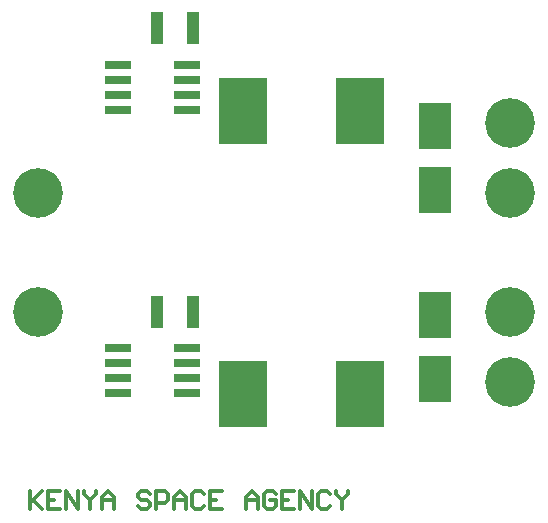
<source format=gts>
G04*
G04 #@! TF.GenerationSoftware,Altium Limited,Altium Designer,25.2.1 (25)*
G04*
G04 Layer_Color=8388736*
%FSLAX44Y44*%
%MOMM*%
G71*
G04*
G04 #@! TF.SameCoordinates,AC2081E8-41FF-4463-B602-B75E9B52F610*
G04*
G04*
G04 #@! TF.FilePolarity,Negative*
G04*
G01*
G75*
%ADD16C,0.3000*%
%ADD17R,2.3032X0.8032*%
%ADD18R,4.0532X5.7032*%
%ADD19R,1.1032X2.7032*%
%ADD20R,2.7532X3.9532*%
%ADD21C,4.2032*%
D16*
X43000Y48235D02*
Y33000D01*
Y38078D01*
X53157Y48235D01*
X45539Y40617D01*
X53157Y33000D01*
X68392Y48235D02*
X58235D01*
Y33000D01*
X68392D01*
X58235Y40617D02*
X63313D01*
X73470Y33000D02*
Y48235D01*
X83627Y33000D01*
Y48235D01*
X88705D02*
Y45696D01*
X93784Y40617D01*
X98862Y45696D01*
Y48235D01*
X93784Y40617D02*
Y33000D01*
X103940D02*
Y43157D01*
X109019Y48235D01*
X114097Y43157D01*
Y33000D01*
Y40617D01*
X103940D01*
X144567Y45696D02*
X142028Y48235D01*
X136950D01*
X134410Y45696D01*
Y43157D01*
X136950Y40617D01*
X142028D01*
X144567Y38078D01*
Y35539D01*
X142028Y33000D01*
X136950D01*
X134410Y35539D01*
X149646Y33000D02*
Y48235D01*
X157263D01*
X159802Y45696D01*
Y40617D01*
X157263Y38078D01*
X149646D01*
X164881Y33000D02*
Y43157D01*
X169959Y48235D01*
X175037Y43157D01*
Y33000D01*
Y40617D01*
X164881D01*
X190272Y45696D02*
X187733Y48235D01*
X182655D01*
X180116Y45696D01*
Y35539D01*
X182655Y33000D01*
X187733D01*
X190272Y35539D01*
X205507Y48235D02*
X195351D01*
Y33000D01*
X205507D01*
X195351Y40617D02*
X200429D01*
X225821Y33000D02*
Y43157D01*
X230899Y48235D01*
X235978Y43157D01*
Y33000D01*
Y40617D01*
X225821D01*
X251213Y45696D02*
X248673Y48235D01*
X243595D01*
X241056Y45696D01*
Y35539D01*
X243595Y33000D01*
X248673D01*
X251213Y35539D01*
Y40617D01*
X246134D01*
X266448Y48235D02*
X256291D01*
Y33000D01*
X266448D01*
X256291Y40617D02*
X261369D01*
X271526Y33000D02*
Y48235D01*
X281683Y33000D01*
Y48235D01*
X296918Y45696D02*
X294379Y48235D01*
X289300D01*
X286761Y45696D01*
Y35539D01*
X289300Y33000D01*
X294379D01*
X296918Y35539D01*
X301996Y48235D02*
Y45696D01*
X307075Y40617D01*
X312153Y45696D01*
Y48235D01*
X307075Y40617D02*
Y33000D01*
D17*
X176000Y130950D02*
D03*
Y143650D02*
D03*
Y156350D02*
D03*
Y169050D02*
D03*
X118000Y130950D02*
D03*
Y143650D02*
D03*
Y156350D02*
D03*
Y169050D02*
D03*
X176000Y370950D02*
D03*
Y383650D02*
D03*
Y396350D02*
D03*
Y409050D02*
D03*
X118000Y370950D02*
D03*
Y383650D02*
D03*
Y396350D02*
D03*
Y409050D02*
D03*
D18*
X322750Y130000D02*
D03*
X223250D02*
D03*
X223250Y370000D02*
D03*
X322750D02*
D03*
D19*
X150500Y200000D02*
D03*
X181500D02*
D03*
Y440000D02*
D03*
X150500D02*
D03*
D20*
X386000Y143000D02*
D03*
Y197000D02*
D03*
Y357000D02*
D03*
Y303000D02*
D03*
D21*
X50000Y300000D02*
D03*
Y200000D02*
D03*
X450000Y360000D02*
D03*
Y140000D02*
D03*
Y300000D02*
D03*
Y200000D02*
D03*
M02*

</source>
